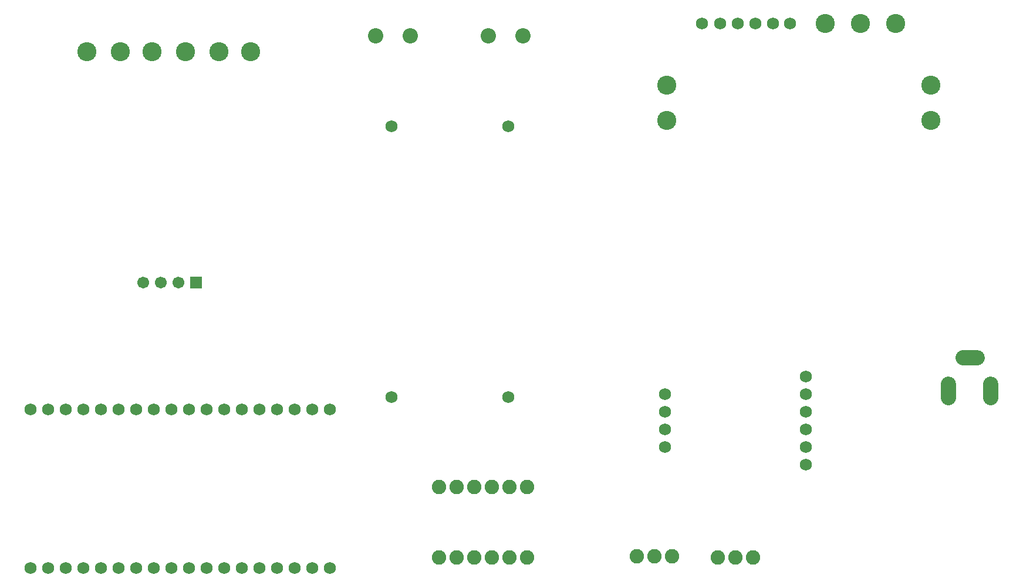
<source format=gbs>
G04 Layer: BottomSolderMaskLayer*
G04 EasyEDA v6.4.7, 2020-11-20T21:23:31--3:00*
G04 e52d193bf13c446e91f454a0656ad50a,09237c92188f4bc9b643e288e8680b3c,10*
G04 Gerber Generator version 0.2*
G04 Scale: 100 percent, Rotated: No, Reflected: No *
G04 Dimensions in millimeters *
G04 leading zeros omitted , absolute positions ,3 integer and 3 decimal *
%FSLAX33Y33*%
%MOMM*%
G90*
D02*

%ADD29C,2.203196*%
%ADD30C,1.701800*%
%ADD31C,2.743200*%
%ADD33C,2.082800*%
%ADD34C,1.727200*%

%LPD*%
G54D29*
G01X139951Y35810D02*
G01X139951Y33810D01*
G01X146052Y35810D02*
G01X146052Y33810D01*
G01X144052Y39611D02*
G01X142052Y39611D01*
G54D30*
G01X23749Y50419D03*
G54D31*
G01X29845Y83693D03*
G01X34671Y83693D03*
G01X39243Y83693D03*
G54D30*
G01X26289Y50419D03*
G36*
G01X30518Y49568D02*
G01X30518Y51269D01*
G01X32219Y51269D01*
G01X32219Y49568D01*
G01X30518Y49568D01*
G37*
G01X28829Y50419D03*
G54D31*
G01X15621Y83693D03*
G01X20447Y83693D03*
G01X25019Y83693D03*
G54D33*
G01X66421Y20955D03*
G01X68961Y20955D03*
G01X71501Y20955D03*
G01X74041Y20955D03*
G01X76581Y20955D03*
G01X79121Y20955D03*
G01X79121Y10795D03*
G01X76581Y10795D03*
G01X74041Y10795D03*
G01X71501Y10795D03*
G01X68961Y10795D03*
G01X66421Y10795D03*
G54D29*
G01X73568Y85979D03*
G01X78577Y85979D03*
G01X57312Y85979D03*
G01X62321Y85979D03*
G54D34*
G01X119380Y24130D03*
G01X119380Y26670D03*
G01X119380Y29210D03*
G01X119380Y31750D03*
G01X119380Y34290D03*
G01X119380Y36830D03*
G01X99060Y26670D03*
G01X99060Y29210D03*
G01X99060Y31750D03*
G01X99060Y34290D03*
G54D31*
G01X122174Y87757D03*
G01X127254Y87757D03*
G01X132334Y87757D03*
G54D34*
G01X114635Y87757D03*
G01X112095Y87757D03*
G01X109555Y87757D03*
G01X107015Y87757D03*
G54D31*
G01X137414Y78867D03*
G01X137414Y73787D03*
G01X99314Y78867D03*
G01X99314Y73787D03*
G54D34*
G01X104394Y87757D03*
G01X117094Y87757D03*
G01X27813Y32131D03*
G01X27813Y9271D03*
G01X7493Y9271D03*
G01X10033Y9271D03*
G01X12573Y9271D03*
G01X15113Y9271D03*
G01X17653Y9271D03*
G01X20193Y9271D03*
G01X22733Y9271D03*
G01X25273Y9271D03*
G01X30353Y9271D03*
G01X32893Y9271D03*
G01X35433Y9271D03*
G01X37973Y9271D03*
G01X40513Y9271D03*
G01X43053Y9271D03*
G01X45593Y9271D03*
G01X48133Y9271D03*
G01X50673Y9271D03*
G01X7493Y32131D03*
G01X10033Y32131D03*
G01X12573Y32131D03*
G01X15113Y32131D03*
G01X17653Y32131D03*
G01X20193Y32131D03*
G01X22733Y32131D03*
G01X25273Y32131D03*
G01X30353Y32131D03*
G01X32893Y32131D03*
G01X35433Y32131D03*
G01X37973Y32131D03*
G01X40513Y32131D03*
G01X43053Y32131D03*
G01X45593Y32131D03*
G01X48133Y32131D03*
G01X50673Y32131D03*
G01X76454Y72898D03*
G01X59563Y72898D03*
G01X76454Y33909D03*
G01X59563Y33909D03*
G54D33*
G01X94996Y10922D03*
G01X97536Y10922D03*
G01X100076Y10922D03*
G01X106680Y10795D03*
G01X109220Y10795D03*
G01X111760Y10795D03*
M00*
M02*

</source>
